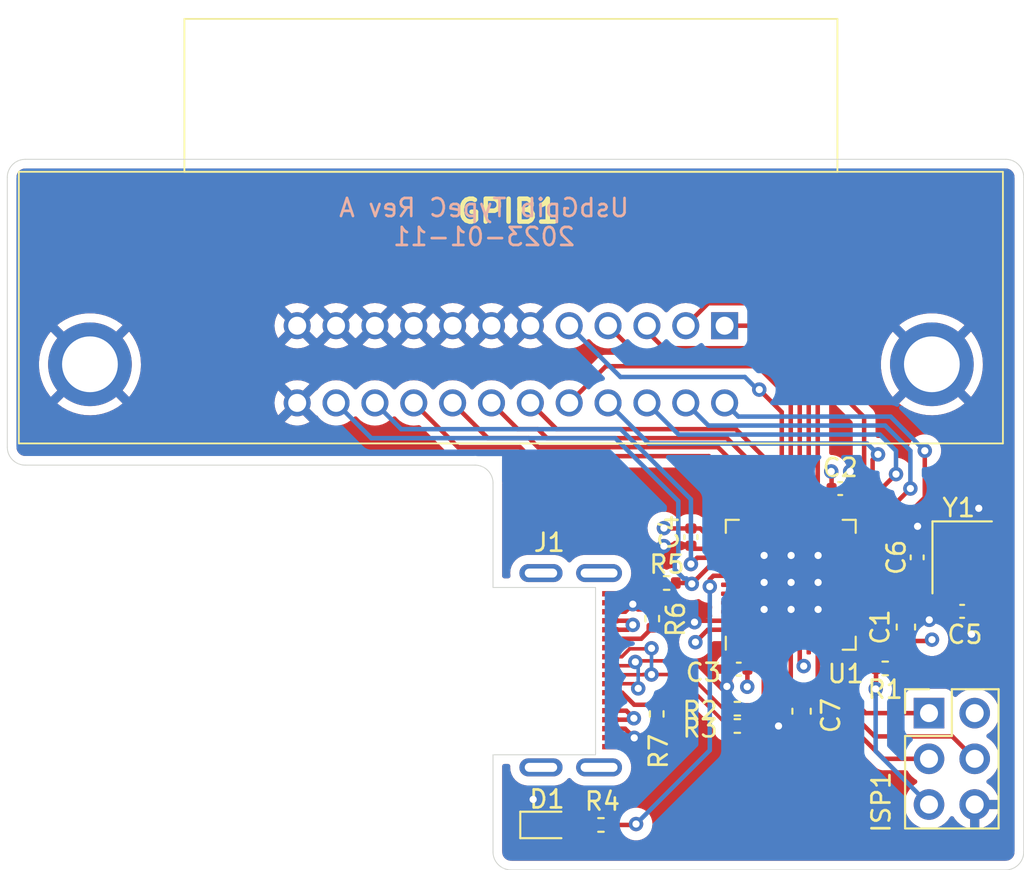
<source format=kicad_pcb>
(kicad_pcb (version 20211014) (generator pcbnew)
  (title_block (title "UsbGpib TypeC") (date "2023-01-11") (rev "A"))
  (layers (0 "F.Cu" signal) (1 "In1.Cu" signal) (2 "In2.Cu" signal) (31 "B.Cu" signal) (34 "B.Paste" user) (35 "F.Paste" user) (36 "B.SilkS" user "B.Silkscreen") (37 "F.SilkS" user "F.Silkscreen") (38 "B.Mask" user) (39 "F.Mask" user) (44 "Edge.Cuts" user))
  (net 0 "")
  (net 1 "Net-(C6-Pad1)")
  (net 2 "GND")
  (net 3 "+5V")
  (net 4 "Net-(C7-Pad1)")
  (net 5 "/ATN")
  (net 6 "/SRQ")
  (net 7 "/IFC")
  (net 8 "/NDAC")
  (net 9 "/NRFD")
  (net 10 "/DAV")
  (net 11 "/REN")
  (net 12 "/EOI")
  (net 13 "/DIO8")
  (net 14 "/DIO4")
  (net 15 "/DIO7")
  (net 16 "/DIO3")
  (net 17 "/DIO6")
  (net 18 "/DIO2")
  (net 19 "/DIO5")
  (net 20 "/DIO1")
  (net 21 "/MOSI")
  (net 22 "/SCK")
  (net 23 "/MISO")
  (net 24 "Net-(R2-Pad1)")
  (net 25 "Net-(R3-Pad1)")
  (net 26 "/Reset")
  (net 27 "Net-(J1-PadA5)")
  (net 29 "Net-(J1-PadB5)")
  (net 32 "/USB_P")
  (net 33 "/USB_N")
  (net 34 "Net-(C5-Pad1)")
  (net 41 "Net-(D1-Pad2)")
  (net 42 "Net-(R4-Pad1)")
  (footprint "Capacitor_SMD:C_0603_1608Metric" (layer "F.Cu") (at 225.95 119 90)
    (fp_text reference "C1" (at 0 -1.43 90) (layer "F.SilkS"))
    (fp_text value "4.7uF")
    (fp_line (start -0.14058 -0.51) (end 0.14058 -0.51) (layer "F.SilkS") (width 0.12))
    (fp_line (start -0.14058 0.51) (end 0.14058 0.51) (layer "F.SilkS") (width 0.12))
    (pad "1" smd roundrect (at -0.775 0 90) (size 0.9 0.95) (layers "F.Cu" "F.Paste" "F.Mask") (net 3 "+5V"))
    (pad "2" smd roundrect (at 0.775 0 90) (size 0.9 0.95) (layers "F.Cu" "F.Paste" "F.Mask") (net 2 "GND"))
  )
  (footprint "Capacitor_SMD:C_0402_1005Metric" (layer "F.Cu") (at 222.3 111.3)
    (fp_text reference "C2" (at 0 -1.16) (layer "F.SilkS"))
    (fp_text value "100nF")
    (fp_line (start -0.107836 0.36) (end 0.107836 0.36) (layer "F.SilkS") (width 0.12))
    (fp_line (start -0.107836 -0.36) (end 0.107836 -0.36) (layer "F.SilkS") (width 0.12))
    (pad "1" smd roundrect (at -0.48 0) (size 0.56 0.62) (layers "F.Cu" "F.Paste" "F.Mask") (net 3 "+5V"))
    (pad "2" smd roundrect (at 0.48 0) (size 0.56 0.62) (layers "F.Cu" "F.Paste" "F.Mask") (net 2 "GND"))
  )
  (footprint "Capacitor_SMD:C_0603_1608Metric" (layer "F.Cu") (at 220.15 123.68 -90)
    (fp_text reference "C7" (at 0.24 -1.63 90) (layer "F.SilkS"))
    (fp_text value "1uF")
    (fp_line (start -0.14058 0.51) (end 0.14058 0.51) (layer "F.SilkS") (width 0.12))
    (fp_line (start -0.14058 -0.51) (end 0.14058 -0.51) (layer "F.SilkS") (width 0.12))
    (pad "1" smd roundrect locked (at -0.775 0 270) (size 0.9 0.95) (layers "F.Cu" "F.Paste" "F.Mask") (net 4 "Net-(C7-Pad1)"))
    (pad "2" smd roundrect locked (at 0.775 0 270) (size 0.9 0.95) (layers "F.Cu" "F.Paste" "F.Mask") (net 2 "GND"))
  )
  (footprint "LED_SMD:LED_0603_1608Metric" (layer "F.Cu") (at 206 130)
    (fp_text reference "D1" (at 0 -1.43) (layer "F.SilkS"))
    (fp_text value "Red")
    (fp_line (start -1.485 0.735) (end 0.8 0.735) (layer "F.SilkS") (width 0.12))
    (fp_line (start -1.485 -0.735) (end -1.485 0.735) (layer "F.SilkS") (width 0.12))
    (fp_line (start 0.8 -0.735) (end -1.485 -0.735) (layer "F.SilkS") (width 0.12))
    (pad "1" smd roundrect (at -0.7875 0) (size 0.875 0.95) (layers "F.Cu" "F.Paste" "F.Mask") (net 2 "GND"))
    (pad "2" smd roundrect (at 0.7875 0) (size 0.875 0.95) (layers "F.Cu" "F.Paste" "F.Mask") (net 41 "Net-(D1-Pad2)"))
  )
  (footprint "Resistor_SMD:R_0402_1005Metric" (layer "F.Cu") (at 224.8 121.3 180)
    (fp_text reference "R1" (at 0 -1.17) (layer "F.SilkS"))
    (fp_text value "10kΩ")
    (fp_line (start -0.153641 -0.38) (end 0.153641 -0.38) (layer "F.SilkS") (width 0.12))
    (fp_line (start -0.153641 0.38) (end 0.153641 0.38) (layer "F.SilkS") (width 0.12))
    (pad "1" smd roundrect (at -0.51 0 180) (size 0.54 0.64) (layers "F.Cu" "F.Paste" "F.Mask") (net 3 "+5V"))
    (pad "2" smd roundrect (at 0.51 0 180) (size 0.54 0.64) (layers "F.Cu" "F.Paste" "F.Mask") (net 26 "/Reset"))
  )
  (footprint "Resistor_SMD:R_0402_1005Metric" (layer "F.Cu") (at 216.58 123.54 180)
    (fp_text reference "R2" (at 2.07 -0.12) (layer "F.SilkS"))
    (fp_text value "22Ω")
    (fp_line (start -0.153641 -0.38) (end 0.153641 -0.38) (layer "F.SilkS") (width 0.12))
    (fp_line (start -0.153641 0.38) (end 0.153641 0.38) (layer "F.SilkS") (width 0.12))
    (pad "1" smd roundrect (at -0.51 0 180) (size 0.54 0.64) (layers "F.Cu" "F.Paste" "F.Mask") (net 24 "Net-(R2-Pad1)"))
    (pad "2" smd roundrect (at 0.51 0 180) (size 0.54 0.64) (layers "F.Cu" "F.Paste" "F.Mask") (net 33 "/USB_N"))
  )
  (footprint "Resistor_SMD:R_0402_1005Metric" (layer "F.Cu") (at 216.58 124.5 180)
    (fp_text reference "R3" (at 2.07 -0.12) (layer "F.SilkS"))
    (fp_text value "22Ω")
    (fp_line (start -0.153641 -0.38) (end 0.153641 -0.38) (layer "F.SilkS") (width 0.12))
    (fp_line (start -0.153641 0.38) (end 0.153641 0.38) (layer "F.SilkS") (width 0.12))
    (pad "1" smd roundrect (at -0.51 0 180) (size 0.54 0.64) (layers "F.Cu" "F.Paste" "F.Mask") (net 25 "Net-(R3-Pad1)"))
    (pad "2" smd roundrect (at 0.51 0 180) (size 0.54 0.64) (layers "F.Cu" "F.Paste" "F.Mask") (net 32 "/USB_P"))
  )
  (footprint "Resistor_SMD:R_0402_1005Metric" (layer "F.Cu") (at 209 130 180)
    (fp_text reference "R4" (at -0.08 1.31) (layer "F.SilkS"))
    (fp_text value "470Ω")
    (fp_line (start -0.153641 -0.38) (end 0.153641 -0.38) (layer "F.SilkS") (width 0.12))
    (fp_line (start -0.153641 0.38) (end 0.153641 0.38) (layer "F.SilkS") (width 0.12))
    (pad "1" smd roundrect (at -0.51 0 180) (size 0.54 0.64) (layers "F.Cu" "F.Paste" "F.Mask") (net 42 "Net-(R4-Pad1)"))
    (pad "2" smd roundrect (at 0.51 0 180) (size 0.54 0.64) (layers "F.Cu" "F.Paste" "F.Mask") (net 41 "Net-(D1-Pad2)"))
  )
  (footprint "Resistor_SMD:R_0402_1005Metric" (layer "F.Cu") (at 212.65 116.55 180)
    (fp_text reference "R5" (at -0.02 1.03) (layer "F.SilkS"))
    (fp_text value "100kΩ")
    (fp_line (start -0.153641 -0.38) (end 0.153641 -0.38) (layer "F.SilkS") (width 0.12))
    (fp_line (start -0.153641 0.38) (end 0.153641 0.38) (layer "F.SilkS") (width 0.12))
    (pad "1" smd roundrect (at -0.51 0 180) (size 0.54 0.64) (layers "F.Cu" "F.Paste" "F.Mask") (net 5 "/ATN"))
    (pad "2" smd roundrect (at 0.51 0 180) (size 0.54 0.64) (layers "F.Cu" "F.Paste" "F.Mask") (net 2 "GND"))
  )
  (footprint "Package_DFN_QFN:QFN-44-1EP_7x7mm_P0.5mm_EP5.2x5.2mm" (layer "F.Cu") (at 219.55 116.65 90)
    (fp_text reference "U1" (at -4.95 3.05) (layer "F.SilkS"))
    (fp_text value "ATmega32U4-MU")
    (fp_line (start 3.61 -3.61) (end 3.61 -2.885) (layer "F.SilkS") (width 0.12))
    (fp_line (start 2.885 -3.61) (end 3.61 -3.61) (layer "F.SilkS") (width 0.12))
    (fp_line (start 3.61 3.61) (end 3.61 2.885) (layer "F.SilkS") (width 0.12))
    (fp_line (start -2.885 -3.61) (end -3.61 -3.61) (layer "F.SilkS") (width 0.12))
    (fp_line (start -2.885 3.61) (end -3.61 3.61) (layer "F.SilkS") (width 0.12))
    (fp_line (start 2.885 3.61) (end 3.61 3.61) (layer "F.SilkS") (width 0.12))
    (fp_line (start -3.61 3.61) (end -3.61 2.885) (layer "F.SilkS") (width 0.12))
    (pad "1" smd roundrect locked (at -3.3375 -2.5 90) (size 1.075 0.25) (layers "F.Cu" "F.Paste" "F.Mask"))
    (pad "2" smd roundrect locked (at -3.3375 -2 90) (size 1.075 0.25) (layers "F.Cu" "F.Paste" "F.Mask") (net 3 "+5V"))
    (pad "3" smd roundrect locked (at -3.3375 -1.5 90) (size 1.075 0.25) (layers "F.Cu" "F.Paste" "F.Mask") (net 24 "Net-(R2-Pad1)"))
    (pad "4" smd roundrect locked (at -3.3375 -1 90) (size 1.075 0.25) (layers "F.Cu" "F.Paste" "F.Mask") (net 25 "Net-(R3-Pad1)"))
    (pad "5" smd roundrect locked (at -3.3375 -0.5 90) (size 1.075 0.25) (layers "F.Cu" "F.Paste" "F.Mask") (net 2 "GND"))
    (pad "6" smd roundrect locked (at -3.3375 0 90) (size 1.075 0.25) (layers "F.Cu" "F.Paste" "F.Mask") (net 4 "Net-(C7-Pad1)"))
    (pad "7" smd roundrect locked (at -3.3375 0.5 90) (size 1.075 0.25) (layers "F.Cu" "F.Paste" "F.Mask") (net 3 "+5V"))
    (pad "8" smd roundrect locked (at -3.3375 1 90) (size 1.075 0.25) (layers "F.Cu" "F.Paste" "F.Mask"))
    (pad "9" smd roundrect locked (at -3.3375 1.5 90) (size 1.075 0.25) (layers "F.Cu" "F.Paste" "F.Mask") (net 22 "/SCK"))
    (pad "10" smd roundrect locked (at -3.3375 2 90) (size 1.075 0.25) (layers "F.Cu" "F.Paste" "F.Mask") (net 21 "/MOSI"))
    (pad "11" smd roundrect locked (at -3.3375 2.5 90) (size 1.075 0.25) (layers "F.Cu" "F.Paste" "F.Mask") (net 23 "/MISO"))
    (pad "12" smd roundrect locked (at -2.5 3.3375 90) (size 0.25 1.075) (layers "F.Cu" "F.Paste" "F.Mask"))
    (pad "13" smd roundrect locked (at -2 3.3375 90) (size 0.25 1.075) (layers "F.Cu" "F.Paste" "F.Mask") (net 26 "/Reset"))
    (pad "14" smd roundrect locked (at -1.5 3.3375 90) (size 0.25 1.075) (layers "F.Cu" "F.Paste" "F.Mask") (net 3 "+5V"))
    (pad "15" smd roundrect locked (at -1 3.3375 90) (size 0.25 1.075) (layers "F.Cu" "F.Paste" "F.Mask") (net 2 "GND"))
    (pad "16" smd roundrect locked (at -0.5 3.3375 90) (size 0.25 1.075) (layers "F.Cu" "F.Paste" "F.Mask") (net 34 "Net-(C5-Pad1)"))
    (pad "17" smd roundrect locked (at 0 3.3375 90) (size 0.25 1.075) (layers "F.Cu" "F.Paste" "F.Mask") (net 1 "Net-(C6-Pad1)"))
    (pad "18" smd roundrect locked (at 0.5 3.3375 90) (size 0.25 1.075) (layers "F.Cu" "F.Paste" "F.Mask") (net 20 "/DIO1"))
    (pad "19" smd roundrect locked (at 1 3.3375 90) (size 0.25 1.075) (layers "F.Cu" "F.Paste" "F.Mask") (net 18 "/DIO2"))
    (pad "20" smd roundrect locked (at 1.5 3.3375 90) (size 0.25 1.075) (layers "F.Cu" "F.Paste" "F.Mask") (net 16 "/DIO3"))
    (pad "21" smd roundrect locked (at 2 3.3375 90) (size 0.25 1.075) (layers "F.Cu" "F.Paste" "F.Mask") (net 14 "/DIO4"))
    (pad "22" smd roundrect locked (at 2.5 3.3375 90) (size 0.25 1.075) (layers "F.Cu" "F.Paste" "F.Mask") (net 17 "/DIO6"))
    (pad "23" smd roundrect locked (at 3.3375 2.5 90) (size 1.075 0.25) (layers "F.Cu" "F.Paste" "F.Mask") (net 2 "GND"))
    (pad "24" smd roundrect locked (at 3.3375 2 90) (size 1.075 0.25) (layers "F.Cu" "F.Paste" "F.Mask") (net 3 "+5V"))
    (pad "25" smd roundrect locked (at 3.3375 1.5 90) (size 1.075 0.25) (layers "F.Cu" "F.Paste" "F.Mask") (net 19 "/DIO5"))
    (pad "26" smd roundrect locked (at 3.3375 1 90) (size 1.075 0.25) (layers "F.Cu" "F.Paste" "F.Mask") (net 15 "/DIO7"))
    (pad "27" smd roundrect locked (at 3.3375 0.5 90) (size 1.075 0.25) (layers "F.Cu" "F.Paste" "F.Mask") (net 13 "/DIO8"))
    (pad "28" smd roundrect locked (at 3.3375 0 90) (size 1.075 0.25) (layers "F.Cu" "F.Paste" "F.Mask") (net 12 "/EOI"))
    (pad "29" smd roundrect locked (at 3.3375 -0.5 90) (size 1.075 0.25) (layers "F.Cu" "F.Paste" "F.Mask") (net 11 "/REN"))
    (pad "30" smd roundrect locked (at 3.3375 -1 90) (size 1.075 0.25) (layers "F.Cu" "F.Paste" "F.Mask") (net 10 "/DAV"))
    (pad "31" smd roundrect locked (at 3.3375 -1.5 90) (size 1.075 0.25) (layers "F.Cu" "F.Paste" "F.Mask") (net 9 "/NRFD"))
    (pad "32" smd roundrect locked (at 3.3375 -2 90) (size 1.075 0.25) (layers "F.Cu" "F.Paste" "F.Mask") (net 8 "/NDAC"))
    (pad "33" smd roundrect locked (at 3.3375 -2.5 90) (size 1.075 0.25) (layers "F.Cu" "F.Paste" "F.Mask") (net 7 "/IFC"))
    (pad "34" smd roundrect locked (at 2.5 -3.3375 90) (size 0.25 1.075) (layers "F.Cu" "F.Paste" "F.Mask") (net 3 "+5V"))
    (pad "35" smd roundrect locked (at 2 -3.3375 90) (size 0.25 1.075) (layers "F.Cu" "F.Paste" "F.Mask") (net 2 "GND"))
    (pad "36" smd roundrect locked (at 1.5 -3.3375 90) (size 0.25 1.075) (layers "F.Cu" "F.Paste" "F.Mask") (net 6 "/SRQ"))
    (pad "37" smd roundrect locked (at 1 -3.3375 90) (size 0.25 1.075) (layers "F.Cu" "F.Paste" "F.Mask") (net 5 "/ATN"))
    (pad "38" smd roundrect locked (at 0.5 -3.3375 90) (size 0.25 1.075) (layers "F.Cu" "F.Paste" "F.Mask") (net 42 "Net-(R4-Pad1)"))
    (pad "39" smd roundrect locked (at 0 -3.3375 90) (size 0.25 1.075) (layers "F.Cu" "F.Paste" "F.Mask"))
    (pad "40" smd roundrect locked (at -0.5 -3.3375 90) (size 0.25 1.075) (layers "F.Cu" "F.Paste" "F.Mask"))
    (pad "41" smd roundrect locked (at -1 -3.3375 90) (size 0.25 1.075) (layers "F.Cu" "F.Paste" "F.Mask"))
    (pad "42" smd roundrect locked (at -1.5 -3.3375 90) (size 0.25 1.075) (layers "F.Cu" "F.Paste" "F.Mask"))
    (pad "43" smd roundrect locked (at -2 -3.3375 90) (size 0.25 1.075) (layers "F.Cu" "F.Paste" "F.Mask") (net 2 "GND"))
    (pad "44" smd roundrect locked (at -2.5 -3.3375 90) (size 0.25 1.075) (layers "F.Cu" "F.Paste" "F.Mask") (net 3 "+5V"))
    (pad "45" smd rect locked (at 0 0 90) (size 5.2 5.2) (layers "F.Cu" "F.Mask") (net 2 "GND"))
  )
  (footprint "gpib:112024113R001" (layer "F.Cu") (at 215.874 102.249 180)
    (fp_text reference "GPIB1" (at 12.039 6.364) (layer "F.SilkS") (effects (font (size 1.27 1.27) (thickness 0.254))))
    (fp_text value "112-024-113R001" hide)
    (fp_line (start -15.47 -6.544) (end 39.23 -6.544) (layer "F.SilkS") (width 0.1))
    (fp_line (start 39.23 8.555) (end -15.47 8.555) (layer "F.SilkS") (width 0.1))
    (fp_line (start 30.03 8.555) (end 30.03 17.055) (layer "F.SilkS") (width 0.1))
    (fp_line (start -15.47 8.555) (end -15.47 -6.544) (layer "F.SilkS") (width 0.1))
    (fp_line (start 39.23 -6.544) (end 39.23 8.555) (layer "F.SilkS") (width 0.1))
    (fp_line (start 30.03 17.055) (end -6.27 17.055) (layer "F.SilkS") (width 0.1))
    (fp_line (start -6.27 17.055) (end -6.27 8.555) (layer "F.SilkS") (width 0.1))
    (fp_line (start -6.27 8.555) (end 30.03 8.555) (layer "F.SilkS") (width 0.1))
    (pad "1" thru_hole rect locked (at 0 0 180) (size 1.5 1.5) (drill 1) (layers *.Cu *.Mask) (net 19 "/DIO5"))
    (pad "2" thru_hole circle locked (at 0 -4.29 180) (size 1.5 1.5) (drill 1) (layers *.Cu *.Mask) (net 20 "/DIO1"))
    (pad "3" thru_hole circle locked (at 2.16 0 180) (size 1.5 1.5) (drill 1) (layers *.Cu *.Mask) (net 17 "/DIO6"))
    (pad "4" thru_hole circle locked (at 2.16 -4.29 180) (size 1.5 1.5) (drill 1) (layers *.Cu *.Mask) (net 18 "/DIO2"))
    (pad "5" thru_hole circle locked (at 4.32 0 180) (size 1.5 1.5) (drill 1) (layers *.Cu *.Mask) (net 15 "/DIO7"))
    (pad "6" thru_hole circle locked (at 4.32 -4.29 180) (size 1.5 1.5) (drill 1) (layers *.Cu *.Mask) (net 16 "/DIO3"))
    (pad "7" thru_hole circle locked (at 6.48 0 180) (size 1.5 1.5) (drill 1) (layers *.Cu *.Mask) (net 13 "/DIO8"))
    (pad "8" thru_hole circle locked (at 6.48 -4.29 180) (size 1.5 1.5) (drill 1) (layers *.Cu *.Mask) (net 14 "/DIO4"))
    (pad "9" thru_hole circle locked (at 8.64 0 180) (size 1.5 1.5) (drill 1) (layers *.Cu *.Mask) (net 11 "/REN"))
    (pad "10" thru_hole circle locked (at 8.64 -4.29 180) (size 1.5 1.5) (drill 1) (layers *.Cu *.Mask) (net 12 "/EOI"))
    (pad "11" thru_hole circle locked (at 10.8 0 180) (size 1.5 1.5) (drill 1) (layers *.Cu *.Mask) (net 2 "GND"))
    (pad "12" thru_hole circle locked (at 10.8 -4.29 180) (size 1.5 1.5) (drill 1) (layers *.Cu *.Mask) (net 10 "/DAV"))
    (pad "13" thru_hole circle locked (at 12.96 0 180) (size 1.5 1.5) (drill 1) (layers *.Cu *.Mask) (net 2 "GND"))
    (pad "14" thru_hole circle locked (at 12.96 -4.29 180) (size 1.5 1.5) (drill 1) (layers *.Cu *.Mask) (net 9 "/NRFD"))
    (pad "15" thru_hole circle locked (at 15.12 0 180) (size 1.5 1.5) (drill 1) (layers *.Cu *.Mask) (net 2 "GND"))
    (pad "16" thru_hole circle locked (at 15.12 -4.29 180) (size 1.5 1.5) (drill 1) (layers *.Cu *.Mask) (net 8 "/NDAC"))
    (pad "17" thru_hole circle locked (at 17.28 0 180) (size 1.5 1.5) (drill 1) (layers *.Cu *.Mask) (net 2 "GND"))
    (pad "18" thru_hole circle locked (at 17.28 -4.29 180) (size 1.5 1.5) (drill 1) (layers *.Cu *.Mask) (net 7 "/IFC"))
    (pad "19" thru_hole circle locked (at 19.44 0 180) (size 1.5 1.5) (drill 1) (layers *.Cu *.Mask) (net 2 "GND"))
    (pad "20" thru_hole circle locked (at 19.44 -4.29 180) (size 1.5 1.5) (drill 1) (layers *.Cu *.Mask) (net 6 "/SRQ"))
    (pad "21" thru_hole circle locked (at 21.6 0 180) (size 1.5 1.5) (drill 1) (layers *.Cu *.Mask) (net 2 "GND"))
    (pad "22" thru_hole circle locked (at 21.6 -4.29 180) (size 1.5 1.5) (drill 1) (layers *.Cu *.Mask) (net 5 "/ATN"))
    (pad "23" thru_hole circle locked (at 23.76 0 180) (size 1.5 1.5) (drill 1) (layers *.Cu *.Mask) (net 2 "GND"))
    (pad "24" thru_hole circle locked (at 23.76 -4.29 180) (size 1.5 1.5) (drill 1) (layers *.Cu *.Mask) (net 2 "GND"))
    (pad "MH1" thru_hole circle locked (at -11.52 -2.145 180) (size 4.65 4.65) (drill 3.1) (layers *.Cu *.Mask) (net 2 "GND"))
    (pad "MH2" thru_hole circle locked (at 35.28 -2.145 180) (size 4.65 4.65) (drill 3.1) (layers *.Cu *.Mask) (net 2 "GND"))
  )
  (footprint "Connector_PinHeader_2.54mm:PinHeader_2x03_P2.54mm_Vertical" (layer "F.Cu") (at 227.235 123.785)
    (fp_text reference "ISP1" (at -2.655 4.945 90) (layer "F.SilkS"))
    (fp_text value "ISP")
    (fp_line (start -1.33 6.41) (end 3.87 6.41) (layer "F.SilkS") (width 0.12))
    (fp_line (start -1.33 -1.33) (end 0 -1.33) (layer "F.SilkS") (width 0.12))
    (fp_line (start 1.27 1.27) (end 1.27 -1.33) (layer "F.SilkS") (width 0.12))
    (fp_line (start 1.27 -1.33) (end 3.87 -1.33) (layer "F.SilkS") (width 0.12))
    (fp_line (start 3.87 -1.33) (end 3.87 6.41) (layer "F.SilkS") (width 0.12))
    (fp_line (start -1.33 0) (end -1.33 -1.33) (layer "F.SilkS") (width 0.12))
    (fp_line (start -1.33 1.27) (end -1.33 6.41) (layer "F.SilkS") (width 0.12))
    (fp_line (start -1.33 1.27) (end 1.27 1.27) (layer "F.SilkS") (width 0.12))
    (pad "1" thru_hole rect (at 0 0) (size 1.7 1.7) (drill 1) (layers *.Cu *.Mask) (net 23 "/MISO"))
    (pad "2" thru_hole oval (at 2.54 0) (size 1.7 1.7) (drill 1) (layers *.Cu *.Mask) (net 3 "+5V"))
    (pad "3" thru_hole oval (at 0 2.54) (size 1.7 1.7) (drill 1) (layers *.Cu *.Mask) (net 22 "/SCK"))
    (pad "4" thru_hole oval (at 2.54 2.54) (size 1.7 1.7) (drill 1) (layers *.Cu *.Mask) (net 21 "/MOSI"))
    (pad "5" thru_hole oval (at 0 5.08) (size 1.7 1.7) (drill 1) (layers *.Cu *.Mask) (net 26 "/Reset"))
    (pad "6" thru_hole oval (at 2.54 5.08) (size 1.7 1.7) (drill 1) (layers *.Cu *.Mask) (net 2 "GND"))
  )
  (footprint "Capacitor_SMD:C_0402_1005Metric" (layer "F.Cu") (at 229.077 118.127)
    (fp_text reference "C5" (at 0.153 1.293) (layer "F.SilkS"))
    (fp_text value "22pF")
    (fp_line (start -0.107836 0.36) (end 0.107836 0.36) (layer "F.SilkS") (width 0.12))
    (fp_line (start -0.107836 -0.36) (end 0.107836 -0.36) (layer "F.SilkS") (width 0.12))
    (pad "1" smd roundrect (at -0.48 0) (size 0.56 0.62) (layers "F.Cu" "F.Paste" "F.Mask") (net 34 "Net-(C5-Pad1)"))
    (pad "2" smd roundrect (at 0.48 0) (size 0.56 0.62) (layers "F.Cu" "F.Paste" "F.Mask") (net 2 "GND"))
  )
  (footprint "Capacitor_SMD:C_0402_1005Metric" (layer "F.Cu") (at 226.577 115.127 90)
    (fp_text reference "C6" (at 0 -1.16 90) (layer "F.SilkS"))
    (fp_text value "22pF")
    (fp_line (start -0.107836 0.36) (end 0.107836 0.36) (layer "F.SilkS") (width 0.12))
    (fp_line (start -0.107836 -0.36) (end 0.107836 -0.36) (layer "F.SilkS") (width 0.12))
    (pad "1" smd roundrect (at -0.48 0 90) (size 0.56 0.62) (layers "F.Cu" "F.Paste" "F.Mask") (net 1 "Net-(C6-Pad1)"))
    (pad "2" smd roundrect (at 0.48 0 90) (size 0.56 0.62) (layers "F.Cu" "F.Paste" "F.Mask") (net 2 "GND"))
  )
  (footprint "Crystal:Crystal_SMD_3225-4Pin_3.2x2.5mm" (layer "F.Cu") (at 229.077 115.127 -90)
    (fp_text reference "Y1" (at -2.757 0.187) (layer "F.SilkS"))
    (fp_text value "16MHz")
    (fp_line (start -2 -1.65) (end -2 1.65) (layer "F.SilkS") (width 0.12))
    (fp_line (start -2 1.65) (end 2 1.65) (layer "F.SilkS") (width 0.12))
    (pad "1" smd rect locked (at -1.1 0.85 270) (size 1.4 1.2) (layers "F.Cu" "F.Paste" "F.Mask") (net 1 "Net-(C6-Pad1)"))
    (pad "2" smd rect locked (at 1.1 0.85 270) (size 1.4 1.2) (layers "F.Cu" "F.Paste" "F.Mask") (net 2 "GND"))
    (pad "3" smd rect locked (at 1.1 -0.85 270) (size 1.4 1.2) (layers "F.Cu" "F.Paste" "F.Mask") (net 34 "Net-(C5-Pad1)"))
    (pad "4" smd rect locked (at -1.1 -0.85 270) (size 1.4 1.2) (layers "F.Cu" "F.Paste" "F.Mask") (net 2 "GND"))
  )
  (footprint "Capacitor_SMD:C_0402_1005Metric" (layer "F.Cu") (at 216.66 121.34 180)
    (fp_text reference "C3" (at 1.97 -0.19) (layer "F.SilkS"))
    (fp_text value "100nF")
    (fp_line (start -0.107836 -0.36) (end 0.107836 -0.36) (layer "F.SilkS") (width 0.12))
    (fp_line (start -0.107836 0.36) (end 0.107836 0.36) (layer "F.SilkS") (width 0.12))
    (pad "1" smd roundrect (at -0.48 0 180) (size 0.56 0.62) (layers "F.Cu" "F.Paste" "F.Mask") (net 3 "+5V"))
    (pad "2" smd roundrect (at 0.48 0 180) (size 0.56 0.62) (layers "F.Cu" "F.Paste" "F.Mask") (net 2 "GND"))
  )
  (footprint "Capacitor_SMD:C_0402_1005Metric" (layer "F.Cu") (at 214 114 -90)
    (fp_text reference "C4" (at -0.27 1.2 90) (layer "F.SilkS"))
    (fp_text value "100nF")
    (fp_line (start -0.107836 0.36) (end 0.107836 0.36) (layer "F.SilkS") (width 0.12))
    (fp_line (start -0.107836 -0.36) (end 0.107836 -0.36) (layer "F.SilkS") (width 0.12))
    (pad "1" smd roundrect (at -0.48 0 270) (size 0.56 0.62) (layers "F.Cu" "F.Paste" "F.Mask") (net 3 "+5V"))
    (pad "2" smd roundrect (at 0.48 0 270) (size 0.56 0.62) (layers "F.Cu" "F.Paste" "F.Mask") (net 2 "GND"))
  )
  (footprint "Resistor_SMD:R_0402_1005Metric" (layer "F.Cu") (at 211.85 118.53 90)
    (fp_text reference "R6" (at -0.04 1.3 90) (layer "F.SilkS"))
    (fp_text value "5.1kΩ")
    (fp_line (start -0.153641 0.38) (end 0.153641 0.38) (layer "F.SilkS") (width 0.12))
    (fp_line (start -0.153641 -0.38) (end 0.153641 -0.38) (layer "F.SilkS") (width 0.12))
    (pad "1" smd roundrect (at -0.51 0 90) (size 0.54 0.64) (layers "F.Cu" "F.Paste" "F.Mask") (net 27 "Net-(J1-PadA5)"))
    (pad "2" smd roundrect (at 0.51 0 90) (size 0.54 0.64) (layers "F.Cu" "F.Paste" "F.Mask") (net 2 "GND"))
  )
  (footprint "HRS_USB:CX90M-16P" (layer "F.Cu") (at 203.045 121.4 -90)
    (fp_text reference "J1" (at -7.1 -3.085 -180) (layer "F.SilkS"))
    (fp_text value "USB_C_Receptacle_USB2.0")
    (pad "A1" smd rect (at -3.75 -6.47 270) (size 0.3 0.9) (layers "F.Cu" "F.Paste" "F.Mask") (net 2 "GND"))
    (pad "A4" smd rect (at -2.75 -6.47 270) (size 0.3 0.9) (layers "F.Cu" "F.Paste" "F.Mask") (net 3 "+5V"))
    (pad "A5" smd rect (at -1.75 -6.47 270) (size 0.3 0.9) (layers "F.Cu" "F.Paste" "F.Mask") (net 27 "Net-(J1-PadA5)"))
    (pad "A6" smd rect (at -0.75 -6.47 270) (size 0.3 0.9) (layers "F.Cu" "F.Paste" "F.Mask") (net 32 "/USB_P"))
    (pad "A7" smd rect (at 0.75 -6.47 270) (size 0.3 0.9) (layers "F.Cu" "F.Paste" "F.Mask") (net 33 "/USB_N"))
    (pad "A8" smd rect (at 1.75 -6.47 270) (size 0.3 0.9) (layers "F.Cu" "F.Paste" "F.Mask"))
    (pad "A9" smd rect (at 2.75 -6.47 270) (size 0.3 0.9) (layers "F.Cu" "F.Paste" "F.Mask") (net 3 "+5V"))
    (pad "A12" smd rect (at 3.75 -6.47 270) (size 0.3 0.9) (layers "F.Cu" "F.Paste" "F.Mask") (net 2 "GND"))
    (pad "B1" smd rect (at 3.25 -6.47 270) (size 0.3 0.9) (layers "F.Cu" "F.Paste" "F.Mask") (net 2 "GND"))
    (pad "B4" smd rect (at 2.25 -6.47 270) (size 0.3 0.9) (layers "F.Cu" "F.Paste" "F.Mask") (net 3 "+5V"))
    (pad "B5" smd rect (at 1.25 -6.47 270) (size 0.3 0.9) (layers "F.Cu" "F.Paste" "F.Mask") (net 29 "Net-(J1-PadB5)"))
    (pad "B6" smd rect (at 0.25 -6.47 270) (size 0.3 0.9) (layers "F.Cu" "F.Paste" "F.Mask") (net 32 "/USB_P"))
    (pad "B7" smd rect (at -0.25 -6.47 270) (size 0.3 0.9) (layers "F.Cu" "F.Paste" "F.Mask") (net 33 "/USB_N"))
    (pad "B8" smd rect (at -1.25 -6.47 270) (size 0.3 0.9) (layers "F.Cu" "F.Paste" "F.Mask"))
    (pad "B9" smd rect (at -2.25 -6.47 270) (size 0.3 0.9) (layers "F.Cu" "F.Paste" "F.Mask") (net 3 "+5V"))
    (pad "B12" smd rect (at -3.25 -6.47 270) (size 0.3 0.9) (layers "F.Cu" "F.Paste" "F.Mask") (net 2 "GND"))
    (pad "MID" smd rect (at -4.25 -6.47 270) (size 0.3 0.9) (layers "F.Cu" "F.Paste" "F.Mask"))
    (pad "MID" smd rect (at 4.25 -6.47 270) (size 0.3 0.9) (layers "F.Cu" "F.Paste" "F.Mask"))
    (pad "SHIELD" thru_hole oval (at -5.4 -5.85 270) (size 1 2.55) (drill oval 0.5 2.05) (layers *.Cu *.Mask))
    (pad "SHIELD" thru_hole oval (at 5.4 -5.85 270) (size 1 2.55) (drill oval 0.5 2.05) (layers *.Cu *.Mask))
    (pad "SHIELD" thru_hole oval (at -5.4 -2.62 270) (size 1 2.4) (drill oval 0.5 1.8) (layers *.Cu *.Mask))
    (pad "SHIELD" thru_hole oval (at 5.4 -2.62 270) (size 1 2.4) (drill oval 0.5 1.8) (layers *.Cu *.Mask))
  )
  (footprint "Resistor_SMD:R_0402_1005Metric" (layer "F.Cu") (at 212.1 123.83 -90)
    (fp_text reference "R7" (at 2.08 -0.1 -270) (layer "F.SilkS"))
    (fp_text value "5.1kΩ")
    (fp_line (start -0.153641 0.38) (end 0.153641 0.38) (layer "F.SilkS") (width 0.12))
    (fp_line (start -0.153641 -0.38) (end 0.153641 -0.38) (layer "F.SilkS") (width 0.12))
    (pad "1" smd roundrect (at -0.51 0 270) (size 0.54 0.64) (layers "F.Cu" "F.Paste" "F.Mask") (net 29 "Net-(J1-PadB5)"))
    (pad "2" smd roundrect (at 0.51 0 270) (size 0.54 0.64) (layers "F.Cu" "F.Paste" "F.Mask") (net 2 "GND"))
  )
  (gr_line (start 176 94) (end 176 109) (layer "Edge.Cuts") (width 0.05))
  (gr_arc (start 176 94) (mid 176.292893 93.292893) (end 177 93) (layer "Edge.Cuts") (width 0.05))
  (gr_line (start 232.5 94) (end 232.5 131.5) (layer "Edge.Cuts") (width 0.05))
  (gr_line (start 203 126.1) (end 203 131.5) (layer "Edge.Cuts") (width 0.05))
  (gr_line (start 208.7 116.8) (end 208.7 126.1) (layer "Edge.Cuts") (width 0.05))
  (gr_arc (start 232.5 131.5) (mid 232.207107 132.207107) (end 231.5 132.5) (layer "Edge.Cuts") (width 0.05))
  (gr_line (start 203 116.8) (end 208.7 116.8) (layer "Edge.Cuts") (width 0.05))
  (gr_line (start 202 110) (end 177 110) (layer "Edge.Cuts") (width 0.05))
  (gr_arc (start 177 110) (mid 176.292893 109.707107) (end 176 109) (layer "Edge.Cuts") (width 0.05))
  (gr_arc (start 202 110) (mid 202.707107 110.292893) (end 203 111) (layer "Edge.Cuts") (width 0.05))
  (gr_arc (start 204 132.5) (mid 203.292893 132.207107) (end 203 131.5) (layer "Edge.Cuts") (width 0.05))
  (gr_line (start 208.7 126.1) (end 203 126.1) (layer "Edge.Cuts") (width 0.05))
  (gr_line (start 231.5 132.5) (end 204 132.5) (layer "Edge.Cuts") (width 0.05))
  (gr_arc (start 231.5 93) (mid 232.207107 93.292893) (end 232.5 94) (layer "Edge.Cuts") (width 0.05))
  (gr_line (start 203 111) (end 203 116.8) (layer "Edge.Cuts") (width 0.05))
  (gr_line (start 177 93) (end 231.5 93) (layer "Edge.Cuts") (width 0.05))
  (gr_text "${TITLE} Rev ${REVISION}\n${ISSUE_DATE}" (at 202.5 96.5) (layer "B.SilkS") (effects (font (size 1 1)) (justify mirror)))
  (segment (start 222.8875 116.65) (end 225.534 116.65) (width 0.25) (layer "F.Cu") (net 1))
  (segment (start 226.647 115.607) (end 226.577 115.607) (width 0.25) (layer "F.Cu") (net 1))
  (segment (start 225.534 116.65) (end 226.577 115.607) (width 0.25) (layer "F.Cu") (net 1))
  (segment (start 228.227 114.027) (end 226.647 115.607) (width 0.25) (layer "F.Cu") (net 1))
  (segment (start 210.34 124.65) (end 210.85 125.16) (width 0.25) (layer "F.Cu") (net 2))
  (segment (start 211.06 118.02) (end 210.77 117.73) (width 0.25) (layer "F.Cu") (net 2))
  (segment (start 216.2125 118.65) (end 217.44 118.65) (width 0.25) (layer "F.Cu") (net 2))
  (segment (start 216.18 122.12) (end 216 122.3) (width 0.25) (layer "F.Cu") (net 2))
  (segment (start 210.69 117.65) (end 210.77 117.73) (width 0.25) (layer "F.Cu") (net 2))
  (segment (start 219.05 119.9875) (end 219.05 124.32) (width 0.25) (layer "F.Cu") (net 2))
  (segment (start 225.95 118.225) (end 226.875 118.225) (width 0.25) (layer "F.Cu") (net 2))
  (segment (start 216.2125 114.65) (end 214.17 114.65) (width 0.25) (layer "F.Cu") (net 2))
  (segment (start 211.85 118.02) (end 211.06 118.02) (width 0.25) (layer "F.Cu") (net 2))
  (segment (start 229.927 112.473) (end 230 112.4) (width 0.25) (layer "F.Cu") (net 2))
  (segment (start 222.8875 117.65) (end 225.375 117.65) (width 0.25) (layer "F.Cu") (net 2))
  (segment (start 229.927 114.027) (end 229.927 112.473) (width 0.25) (layer "F.Cu") (net 2))
  (segment (start 226.875 118.225) (end 227.25 118.6) (width 0.25) (layer "F.Cu") (net 2))
  (segment (start 229.557 119.357) (end 229.6 119.4) (width 0.25) (layer "F.Cu") (net 2))
  (segment (start 212.1 125.01) (end 211.95 125.16) (width 0.25) (layer "F.Cu") (net 2))
  (segment (start 209.515 118.15) (end 210.35 118.15) (width 0.25) (layer "F.Cu") (net 2))
  (segment (start 219.05 117.15) (end 219.55 116.65) (width 0.25) (layer "F.Cu") (net 2))
  (segment (start 205.2125 128.5975) (end 205.23 128.58) (width 0.25) (layer "F.Cu") (net 2))
  (segment (start 210.84 125.15) (end 210.85 125.16) (width 0.25) (layer "F.Cu") (net 2))
  (segment (start 222.78 111.3) (end 222.78 110.42) (width 0.25) (layer "F.Cu") (net 2))
  (segment (start 222.78 110.42) (end 222.85 110.35) (width 0.25) (layer "F.Cu") (net 2))
  (segment (start 212.1 124.34) (end 212.1 125.01) (width 0.25) (layer "F.Cu") (net 2))
  (segment (start 216.2125 118.65) (end 214.28 118.65) (width 0.25) (layer "F.Cu") (net 2))
  (segment (start 205.2125 130) (end 205.2125 128.5975) (width 0.25) (layer "F.Cu") (net 2))
  (segment (start 218.87 124.5) (end 220.105 124.5) (width 0.25) (layer "F.Cu") (net 2))
  (segment (start 229.927 114.173) (end 229 115.1) (width 0.25) (layer "F.Cu") (net 2))
  (segment (start 229.927 114.027) (end 229.927 114.173) (width 0.25) (layer "F.Cu") (net 2))
  (segment (start 209.515 124.65) (end 210.34 124.65) (width 0.25) (layer "F.Cu") (net 2))
  (segment (start 216.18 121.34) (end 216.18 122.12) (width 0.25) (layer "F.Cu") (net 2))
  (segment (start 216.2125 114.65) (end 217.7 114.65) (width 0.25) (layer "F.Cu") (net 2))
  (segment (start 209.515 117.65) (end 210.69 117.65) (width 0.25) (layer "F.Cu") (net 2))
  (segment (start 222.05 112.8) (end 222.78 112.07) (width 0.25) (layer "F.Cu") (net 2))
  (segment (start 214.28 118.65) (end 214.2 118.73) (width 0.25) (layer "F.Cu") (net 2))
  (segment (start 226.577 113.423) (end 226.6 113.4) (width 0.25) (layer "F.Cu") (net 2))
  (segment (start 214.17 114.65) (end 214 114.48) (width 0.25) (layer "F.Cu") (net 2))
  (segment (start 210.35 118.15) (end 210.77 117.73) (width 0.25) (layer "F.Cu") (net 2))
  (segment (start 214 114.48) (end 212.52 114.48) (width 0.25) (layer "F.Cu") (net 2))
  (segment (start 228.227 116.073) (end 228.227 116.227) (width 0.25) (layer "F.Cu") (net 2))
  (segment (start 222.05 113.3125) (end 222.05 112.8) (width 0.25) (layer "F.Cu") (net 2))
  (segment (start 220.105 124.5) (end 220.15 124.455) (width 0.25) (layer "F.Cu") (net 2))
  (segment (start 229.557 118.127) (end 229.557 119.357) (width 0.25) (layer "F.Cu") (net 2))
  (segment (start 226.577 114.647) (end 226.577 113.423) (width 0.25) (layer "F.Cu") (net 2))
  (segment (start 217.7 114.65) (end 218.07 115.02) (width 0.25) (layer "F.Cu") (net 2))
  (segment (start 219.05 119.9875) (end 219.05 117.15) (width 0.25) (layer "F.Cu") (net 2))
  (segment (start 219.05 124.32) (end 218.87 124.5) (width 0.25) (layer "F.Cu") (net 2))
  (segment (start 229 115.1) (end 229 115.3) (width 0.25) (layer "F.Cu") (net 2))
  (segment (start 225.375 117.65) (end 225.95 118.225) (width 0.25) (layer "F.Cu") (net 2))
  (segment (start 211.95 125.16) (end 210.85 125.16) (width 0.25) (layer "F.Cu") (net 2))
  (segment (start 219.94 117.65) (end 219.57 118.02) (width 0.25) (layer "F.Cu") (net 2))
  (segment (start 212.52 114.48) (end 212.5 114.5) (width 0.25) (layer "F.Cu") (net 2))
  (segment (start 222.78 112.07) (end 222.78 111.3) (width 0.25) (layer "F.Cu") (net 2))
  (segment (start 209.515 125.15) (end 210.84 125.15) (width 0.25) (layer "F.Cu") (net 2))
  (segment (start 229 115.3) (end 228.227 116.073) (width 0.25) (layer "F.Cu") (net 2))
  (segment (start 217.44 118.65) (end 218.07 118.02) (width 0.25) (layer "F.Cu") (net 2))
  (segment (start 222.8875 117.65) (end 219.94 117.65) (width 0.25) (layer "F.Cu") (net 2))
  (via (at 219.57 115.02) (size 0.8) (drill 0.4) (layers "F.Cu" "B.Cu") (net 2))
  (via (at 221.07 116.52) (size 0.8) (drill 0.4) (layers "F.Cu" "B.Cu") (net 2))
  (via (at 218.07 116.52) (size 0.8) (drill 0.4) (layers "F.Cu" "B.Cu") (net 2))
  (via (at 221.07 115.02) (size 0.8) (drill 0.4) (layers "F.Cu" "B.Cu") (net 2))
  (via (at 219.57 118.02) (size 0.8) (drill 0.4) (layers "F.Cu" "B.Cu") (net 2))
  (via (at 210.85 125.16) (size 0.8) (drill 0.4) (layers "F.Cu" "B.Cu") (net 2))
  (via (at 221.07 118.02) (size 0.8) (drill 0.4) (layers "F.Cu" "B.Cu") (net 2))
  (via (at 216 122.3) (size 0.8) (drill 0.4) (layers "F.Cu" "B.Cu") (net 2))
  (via (at 222.85 110.35) (size 0.8) (drill 0.4) (layers "F.Cu" "B.Cu") (net 2))
  (via (at 212.5 114.5) (size 0.8) (drill 0.4) (layers "F.Cu" "B.Cu") (net 2))
  (via (at 210.77 117.73) (size 0.8) (drill 0.4) (layers "F.Cu" "B.Cu") (net 2))
  (via (at 218.87 124.5) (size 0.8) (drill 0.4) (layers "F.Cu" "B.Cu") (net 2))
  (via (at 229.6 119.4) (size 0.8) (drill 0.4) (layers "F.Cu" "B.Cu") (net 2))
  (via (at 218.07 115.02) (size 0.8) (drill 0.4) (layers "F.Cu" "B.Cu") (net 2))
  (via (at 219.57 116.52) (size 0.8) (drill 0.4) (layers "F.Cu" "B.Cu") (net 2))
  (via (at 205.23 128.58) (size 0.8) (drill 0.4) (layers "F.Cu" "B.Cu") (net 2))
  (via (at 218.07 118.02) (size 0.8) (drill 0.4) (layers "F.Cu" "B.Cu") (net 2))
  (via (at 226.6 113.4) (size 0.8) (drill 0.4) (layers "F.Cu" "B.Cu") (net 2))
  (via (at 214.2 118.73) (size 0.8) (drill 0.4) (layers "F.Cu" "B.Cu") (net 2))
  (via (at 230 112.4) (size 0.8) (drill 0.4) (layers "F.Cu" "B.Cu") (net 2))
  (via (at 227.25 118.6) (size 0.8) (drill 0.4) (layers "F.Cu" "B.Cu") (net 2))
  (segment (start 221.82 110.37) (end 221.8 110.35) (width 0.25) (layer "F.Cu") (net 3))
  (segment (start 221.55 113.3125) (end 221.55 112.2) (width 0.25) (layer "F.Cu") (net 3))
  (segment (start 217.55 120.93) (end 217.14 121.34) (width 0.25) (layer "F.Cu") (net 3))
  (segment (start 210.77 118.88) (end 210.5 119.15) (width 0.25) (layer "F.Cu") (net 3))
  (segment (start 210.83 124.07) (end 210.41 123.65) (width 0.25) (layer "F.Cu") (net 3))
  (segment (start 214 113.52) (end 212.52 113.52) (width 0.25) (layer "F.Cu") (net 3))
  (segment (start 210.41 123.65) (end 209.515 123.65) (width 0.25) (layer "F.Cu") (net 3))
  (segment (start 214.52 113.52) (end 215.15 114.15) (width 0.25) (layer "F.Cu") (net 3))
  (segment (start 225.95 119.775) (end 227.325 119.775) (width 0.25) (layer "F.Cu") (net 3))
  (segment (start 225.31 121.3) (end 225.31 120.415) (width 0.25) (layer "F.Cu") (net 3))
  (segment (start 227.325 119.775) (end 227.4 119.7) (width 0.25) (layer "F.Cu") (net 3))
  (segment (start 221.82 111.93) (end 221.82 111.3) (width 0.25) (layer "F.Cu") (net 3))
  (segment (start 220.05 119.9875) (end 220.05 120.95) (width 0.25) (layer "F.Cu") (net 3))
  (segment (start 210.54 118.65) (end 210.77 118.88) (width 0.25) (layer "F.Cu") (net 3))
  (segment (start 217.55 119.9875) (end 217.55 120.93) (width 0.25) (layer "F.Cu") (net 3))
  (segment (start 215.15 114.15) (end 216.2125 114.15) (width 0.25) (layer "F.Cu") (net 3))
  (segment (start 214.94 119.15) (end 214.25 119.84) (width 0.25) (layer "F.Cu") (net 3))
  (segment (start 221.82 111.3) (end 221.82 110.37) (width 0.25) (layer "F.Cu") (net 3))
  (segment (start 214 113.52) (end 214.52 113.52) (width 0.25) (layer "F.Cu") (net 3))
  (segment (start 224.325 118.15) (end 225.95 119.775) (width 0.25) (layer "F.Cu") (net 3))
  (segment (start 222.8875 118.15) (end 224.325 118.15) (width 0.25) (layer "F.Cu") (net 3))
  (segment (start 215.24 119.15) (end 214.94 119.15) (width 0.25) (layer "F.Cu") (net 3))
  (segment (start 225.31 120.415) (end 225.95 119.775) (width 0.25) (layer "F.Cu") (net 3))
  (segment (start 210.83 124.07) (end 210.75 124.15) (width 0.25) (layer "F.Cu") (net 3))
  (segment (start 212.52 113.52) (end 212.5 113.5) (width 0.25) (layer "F.Cu") (net 3))
  (segment (start 210.75 124.15) (end 209.515 124.15) (width 0.25) (layer "F.Cu") (net 3))
  (segment (start 217.14 121.34) (end 217.14 122.31) (width 0.25) (layer "F.Cu") (net 3))
  (segment (start 220.05 120.95) (end 220.27 121.17) (width 0.25) (layer "F.Cu") (net 3))
  (segment (start 217.14 122.31) (end 217.13 122.32) (width 0.25) (layer "F.Cu") (net 3))
  (segment (start 221.55 112.2) (end 221.82 111.93) (width 0.25) (layer "F.Cu") (net 3))
  (segment (start 209.515 118.65) (end 210.54 118.65) (width 0.25) (layer "F.Cu") (net 3))
  (segment (start 216.2125 119.15) (end 215.24 119.15) (width 0.25) (layer "F.Cu") (net 3))
  (segment (start 210.5 119.15) (end 209.515 119.15) (width 0.25) (layer "F.Cu") (net 3))
  (via (at 217.13 122.32) (size 0.8) (drill 0.4) (layers "F.Cu" "B.Cu") (net 3))
  (via (at 212.5 113.5) (size 0.8) (drill 0.4) (layers "F.Cu" "B.Cu") (net 3))
  (via (at 227.4 119.7) (size 0.8) (drill 0.4) (layers "F.Cu" "B.Cu") (net 3))
  (via (at 210.83 124.07) (size 0.8) (drill 0.4) (layers "F.Cu" "B.Cu") (net 3))
  (via (at 220.27 121.17) (size 0.8) (drill 0.4) (layers "F.Cu" "B.Cu") (net 3))
  (via (at 221.8 110.35) (size 0.8) (drill 0.4) (layers "F.Cu" "B.Cu") (net 3))
  (via (at 214.25 119.84) (size 0.8) (drill 0.4) (layers "F.Cu" "B.Cu") (net 3))
  (via (at 210.77 118.88) (size 0.8) (drill 0.4) (layers "F.Cu" "B.Cu") (net 3))
  (segment (start 219.55 122.305) (end 220.15 122.905) (width 0.25) (layer "F.Cu") (net 4))
  (segment (start 219.55 119.9875) (end 219.55 122.305) (width 0.25) (layer "F.Cu") (net 4))
  (segment (start 214 116.55) (end 213.16 116.55) (width 0.25) (layer "F.Cu") (net 5))
  (segment (start 215 115.65) (end 216.2125 115.65) (width 0.25) (layer "F.Cu") (net 5))
  (segment (start 214.05 116.6) (end 214 116.55) (width 0.25) (layer "F.Cu") (net 5))
  (segment (start 214.05 116.6) (end 215 115.65) (width 0.25) (layer "F.Cu") (net 5))
  (via (at 214.05 116.6) (size 0.8) (drill 0.4) (layers "F.Cu" "B.Cu") (net 5))
  (segment (start 213.75 116.3) (end 213.6 116.3) (width 0.25) (layer "B.Cu") (net 5))
  (segment (start 196.235 108.5) (end 194.274 106.539) (width 0.25) (layer "B.Cu") (net 5))
  (segment (start 214.05 116.6) (end 213.75 116.3) (width 0.25) (layer "B.Cu") (net 5))
  (segment (start 213.3 115) (end 213.3 112) (width 0.25) (layer "B.Cu") (net 5))
  (segment (start 213.3 112) (end 209.8 108.5) (width 0.25) (layer "B.Cu") (net 5))
  (segment (start 209.8 108.5) (end 196.235 108.5) (width 0.25) (layer "B.Cu") (net 5))
  (segment (start 213.6 116.3) (end 213.1 115.8) (width 0.25) (layer "B.Cu") (net 5))
  (segment (start 213.1 115.8) (end 213.1 115.2) (width 0.25) (layer "B.Cu") (net 5))
  (segment (start 213.1 115.2) (end 213.3 115) (width 0.25) (layer "B.Cu") (net 5))
  (segment (start 214.35 115.15) (end 216.2125 115.15) (width 0.25) (layer "F.Cu") (net 6))
  (segment (start 214 115.5) (end 214.35 115.15) (width 0.25) (layer "F.Cu") (net 6))
  (via (at 214 115.5) (size 0.8) (drill 0.4) (layers "F.Cu" "B.Cu") (net 6))
  (segment (start 196.434 106.539) (end 197.895 108) (width 0.25) (layer "B.Cu") (net 6))
  (segment (start 210.1 108) (end 214 111.9) (width 0.25) (layer "B.Cu") (net 6))
  (segment (start 214 111.9) (end 214 115.5) (width 0.25) (layer "B.Cu") (net 6))
  (segment (start 197.895 108) (end 210.1 108) (width 0.25) (layer "B.Cu") (net 6))
  (segment (start 198.594 106.539) (end 201.055 109) (width 0.25) (layer "F.Cu") (net 7))
  (segment (start 215 109.5) (end 217.05 111.55) (width 0.25) (layer "F.Cu") (net 7))
  (segment (start 201.055 109) (end 204.5 109) (width 0.25) (layer "F.Cu") (net 7))
  (segment (start 217.05 111.55) (end 217.05 113.3125) (width 0.25) (layer "F.Cu") (net 7))
  (segment (start 204.5 109) (end 205 109.5) (width 0.25) (layer "F.Cu") (net 7))
  (segment (start 205 109.5) (end 215 109.5) (width 0.25) (layer "F.Cu") (net 7))
  (segment (start 202.715 108.5) (end 200.754 106.539) (width 0.25) (layer "F.Cu") (net 8))
  (segment (start 205.5 109) (end 205 108.5) (width 0.25) (layer "F.Cu") (net 8))
  (segment (start 217.55 111.05) (end 215.5 109) (width 0.25) (layer "F.Cu") (net 8))
  (segment (start 215.5 109) (end 205.5 109) (width 0.25) (layer "F.Cu") (net 8))
  (segment (start 217.55 113.3125) (end 217.55 111.05) (width 0.25) (layer "F.Cu") (net 8))
  (segment (start 205 108.5) (end 202.715 108.5) (width 0.25) (layer "F.Cu") (net 8))
  (segment (start 218.05 113.3125) (end 218.05 110.55) (width 0.25) (layer "F.Cu") (net 9))
  (segment (start 216 108.5) (end 206 108.5) (width 0.25) (layer "F.Cu") (net 9))
  (segment (start 205.5 108) (end 204.375 108) (width 0.25) (layer "F.Cu") (net 9))
  (segment (start 218.05 110.55) (end 216 108.5) (width 0.25) (layer "F.Cu") (net 9))
  (segment (start 206 108.5) (end 205.5 108) (width 0.25) (layer "F.Cu") (net 9))
  (segment (start 204.375 108) (end 202.914 106.539) (width 0.25) (layer "F.Cu") (net 9))
  (segment (start 216.5 108) (end 206.535 108) (width 0.25) (layer "F.Cu") (net 10))
  (segment (start 218.55 113.3125) (end 218.55 110.05) (width 0.25) (layer "F.Cu") (net 10))
  (segment (start 218.55 110.05) (end 216.5 108) (width 0.25) (layer "F.Cu") (net 10))
  (segment (start 206.535 108) (end 205.074 106.539) (width 0.25) (layer "F.Cu") (net 10))
  (segment (start 217.8 105.8) (end 219.05 107.05) (width 0.25) (layer "F.Cu") (net 11))
  (segment (start 219.05 107.05) (end 219.05 113.3125) (width 0.25) (layer "F.Cu") (net 11))
  (via (at 217.8 105.8) (size 0.8) (drill 0.4) (layers "F.Cu" "B.Cu") (net 11))
  (segment (start 210.085 105.1) (end 207.234 102.249) (width 0.25) (layer "B.Cu") (net 11))
  (segment (start 217.7 105.8) (end 217 105.1) (width 0.25) (layer "B.Cu") (net 11))
  (segment (start 217.8 105.8) (end 217.7 105.8) (width 0.25) (layer "B.Cu") (net 11))
  (segment (start 217 105.1) (end 210.085 105.1) (width 0.25) (layer "B.Cu") (net 11))
  (segment (start 219.55 113.3125) (end 219.55 106.35) (width 0.25) (layer "F.Cu") (net 12))
  (segment (start 209.273 104.5) (end 207.234 106.539) (width 0.25) (layer "F.Cu") (net 12))
  (segment (start 219.55 106.35) (end 217.7 104.5) (width 0.25) (layer "F.Cu") (net 12))
  (segment (start 217.7 104.5) (end 209.273 104.5) (width 0.25) (layer "F.Cu") (net 12))
  (segment (start 220.05 113.3125) (end 220.05 105.95) (width 0.25) (layer "F.Cu") (net 13))
  (segment (start 220.05 105.95) (end 218.1 104) (width 0.25) (layer "F.Cu") (net 13))
  (segment (start 211.145 104) (end 209.394 102.249) (width 0.25) (layer "F.Cu") (net 13))
  (segment (start 218.1 104) (end 211.145 104) (width 0.25) (layer "F.Cu") (net 13))
  (segment (start 223.75 114.65) (end 224.1 114.3) (width 0.25) (layer "F.Cu") (net 14))
  (segment (start 224.1 109.7) (end 224.4 109.4) (width 0.25) (layer "F.Cu") (net 14))
  (segment (start 224.1 114.3) (end 224.1 109.7) (width 0.25) (layer "F.Cu") (net 14))
  (segment (start 222.8875 114.65) (end 223.75 114.65) (width 0.25) (layer "F.Cu") (net 14))
  (via (at 224.4 109.4) (size 0.8) (drill 0.4) (layers "F.Cu" "B.Cu") (net 14))
  (segment (start 223.8 108.8) (end 211.655 108.8) (width 0.25) (layer "B.Cu") (net 14))
  (segment (start 211.655 108.8) (end 209.394 106.539) (width 0.25) (layer "B.Cu") (net 14))
  (segment (start 224.4 109.4) (end 223.8 108.8) (width 0.25) (layer "B.Cu") (net 14))
  (segment (start 220.55 105.75) (end 218.3 103.5) (width 0.25) (layer "F.Cu") (net 15))
  (segment (start 220.55 113.3125) (end 220.55 105.75) (width 0.25) (layer "F.Cu") (net 15))
  (segment (start 211.554 102.554) (end 211.554 102.249) (width 0.25) (layer "F.Cu") (net 15))
  (segment (start 212.5 103.5) (end 211.554 102.554) (width 0.25) (layer "F.Cu") (net 15))
  (segment (start 218.3 103.5) (end 212.5 103.5) (width 0.25) (layer "F.Cu") (net 15))
  (segment (start 224.7 114.9) (end 224.45 115.15) (width 0.25) (layer "F.Cu") (net 16))
  (segment (start 224.7 111.2) (end 224.7 114.9) (width 0.25) (layer "F.Cu") (net 16))
  (segment (start 224.45 115.15) (end 222.8875 115.15) (width 0.25) (layer "F.Cu") (net 16))
  (segment (start 225.4 110.5) (end 224.7 111.2) (width 0.25) (layer "F.Cu") (net 16))
  (via (at 225.4 110.5) (size 0.8) (drill 0.4) (layers "F.Cu" "B.Cu") (net 16))
  (segment (start 225.4 110.5) (end 225.4 109.2) (width 0.25) (layer "B.Cu") (net 16))
  (segment (start 224.5 108.3) (end 213.315 108.3) (width 0.25) (layer "B.Cu") (net 16))
  (segment (start 225.4 109.2) (end 224.5 108.3) (width 0.25) (layer "B.Cu") (net 16))
  (segment (start 213.315 108.3) (end 211.554 106.539) (width 0.25) (layer "B.Cu") (net 16))
  (segment (start 223.62852 107.32852) (end 217.3 101) (width 0.25) (layer "F.Cu") (net 17))
  (segment (start 223.35 114.15) (end 223.62852 113.87148) (width 0.25) (layer "F.Cu") (net 17))
  (segment (start 217.3 101) (end 214.963 101) (width 0.25) (layer "F.Cu") (net 17))
  (segment (start 223.62852 113.87148) (end 223.62852 107.32852) (width 0.25) (layer "F.Cu") (net 17))
  (segment (start 214.963 101) (end 213.714 102.249) (width 0.25) (layer "F.Cu") (net 17))
  (segment (start 222.8875 114.15) (end 223.35 114.15) (width 0.25) (layer "F.Cu") (net 17))
  (segment (start 226.2 111.3) (end 225.2 112.3) (width 0.25) (layer "F.Cu") (net 18))
  (segment (start 225.2 115.2) (end 224.75 115.65) (width 0.25) (layer "F.Cu") (net 18))
  (segment (start 224.75 115.65) (end 222.8875 115.65) (width 0.25) (layer "F.Cu") (net 18))
  (segment (start 225.2 112.3) (end 225.2 115.2) (width 0.25) (layer "F.Cu") (net 18))
  (via (at 226.2 111.3) (size 0.8) (drill 0.4) (layers "F.Cu" "B.Cu") (net 18))
  (segment (start 214.975 107.8) (end 213.714 106.539) (width 0.25) (layer "B.Cu") (net 18))
  (segment (start 224.8 107.8) (end 214.975 107.8) (width 0.25) (layer "B.Cu") (net 18))
  (segment (start 226.2 111.3) (end 226.2 109.2) (width 0.25) (layer "B.Cu") (net 18))
  (segment (start 226.2 109.2) (end 224.8 107.8) (width 0.25) (layer "B.Cu") (net 18))
  (segment (start 221.05 105.55) (end 217.749 102.249) (width 0.25) (layer "F.Cu") (net 19))
  (segment (start 217.749 102.249) (end 215.874 102.249) (width 0.25) (layer "F.Cu") (net 19))
  (segment (start 221.05 113.3125) (end 221.05 105.55) (width 0.25) (layer "F.Cu") (net 19))
  (segment (start 227 111.8) (end 225.7 113.1) (width 0.25) (layer "F.Cu") (net 20))
  (segment (start 225.7 113.1) (end 225.7 115.6) (width 0.25) (layer "F.Cu") (net 20))
  (segment (start 225.7 115.6) (end 225.15 116.15) (width 0.25) (layer "F.Cu") (net 20))
  (segment (start 225.15 116.15) (end 222.8875 116.15) (width 0.25) (layer "F.Cu") (net 20))
  (segment (start 227 109.2) (end 227 111.8) (width 0.25) (layer "F.Cu") (net 20))
  (via (at 227 109.2) (size 0.8) (drill 0.4) (layers "F.Cu" "B.Cu") (net 20))
  (segment (start 215.874 106.539) (end 216.635 107.3) (width 0.25) (layer "B.Cu") (net 20))
  (segment (start 216.635 107.3) (end 225.1 107.3) (width 0.25) (layer "B.Cu") (net 20))
  (segment (start 225.1 107.3) (end 227 109.2) (width 0.25) (layer "B.Cu") (net 20))
  (segment (start 221.55 122.41) (end 221.55 119.9875) (width 0.25) (layer "F.Cu") (net 21))
  (segment (start 228.53 125.08) (end 224.22 125.08) (width 0.25) (layer "F.Cu") (net 21))
  (segment (start 229.775 126.325) (end 228.53 125.08) (width 0.25) (layer "F.Cu") (net 21))
  (segment (start 224.22 125.08) (end 221.55 122.41) (width 0.25) (layer "F.Cu") (net 21))
  (segment (start 221.05 119.9875) (end 221.05 122.67) (width 0.25) (layer "F.Cu") (net 22))
  (segment (start 224.705 126.325) (end 227.235 126.325) (width 0.25) (layer "F.Cu") (net 22))
  (segment (start 221.05 122.67) (end 224.705 126.325) (width 0.25) (layer "F.Cu") (net 22))
  (segment (start 222.05 122.12) (end 222.05 119.9875) (width 0.25) (layer "F.Cu") (net 23))
  (segment (start 227.235 123.785) (end 223.715 123.785) (width 0.25) (layer "F.Cu") (net 23))
  (segment (start 223.715 123.785) (end 222.05 122.12) (width 0.25) (layer "F.Cu") (net 23))
  (segment (start 217.09 123.54) (end 217.72 123.54) (width 0.25) (layer "F.Cu") (net 24))
  (segment (start 217.72 123.54) (end 218.05 123.21) (width 0.25) (layer "F.Cu") (net 24))
  (segment (start 218.05 123.21) (end 218.05 119.9875) (width 0.25) (layer "F.Cu") (net 24))
  (segment (start 218.55 123.51) (end 217.56 124.5) (width 0.25) (layer "F.Cu") (net 25))
  (segment (start 217.56 124.5) (end 217.09 124.5) (width 0.25) (layer "F.Cu") (net 25))
  (segment (start 218.55 119.9875) (end 218.55 123.51) (width 0.25) (layer "F.Cu") (net 25))
  (segment (start 224.29 121.3) (end 224.29 121.75) (width 0.25) (layer "F.Cu") (net 26))
  (segment (start 224.29 121.75) (end 224.29 122.42) (width 0.25) (layer "F.Cu") (net 26))
  (segment (start 222.8875 118.65) (end 223.75 118.65) (width 0.25) (layer "F.Cu") (net 26))
  (segment (start 224.29 119.19) (end 224.29 121.3) (width 0.25) (layer "F.Cu") (net 26))
  (segment (start 224.29 122.42) (end 224.27 122.44) (width 0.25) (layer "F.Cu") (net 26))
  (segment (start 223.75 118.65) (end 224.29 119.19) (width 0.25) (layer "F.Cu") (net 26))
  (via (at 224.27 122.44) (size 0.8) (drill 0.4) (layers "F.Cu" "B.Cu") (net 26))
  (segment (start 224.27 125.9) (end 227.235 128.865) (width 0.25) (layer "B.Cu") (net 26))
  (segment (start 224.27 122.44) (end 224.27 125.9) (width 0.25) (layer "B.Cu") (net 26))
  (segment (start 209.515 119.65) (end 211.24 119.65) (width 0.25) (layer "F.Cu") (net 27))
  (segment (start 211.24 119.65) (end 211.79 119.1) (width 0.25) (layer "F.Cu") (net 27))
  (segment (start 210.85 123.32) (end 212.1 123.32) (width 0.25) (layer "F.Cu") (net 29))
  (segment (start 209.515 122.65) (end 210.18 122.65) (width 0.25) (layer "F.Cu") (net 29))
  (segment (start 210.18 122.65) (end 210.85 123.32) (width 0.25) (layer "F.Cu") (net 29))
  (segment (start 211.81 121.64) (end 211.35 121.64) (width 0.2) (layer "F.Cu") (net 32))
  (segment (start 210.6 120.21) (end 210.16 120.65) (width 0.2) (layer "F.Cu") (net 32))
  (segment (start 211.81 121.64) (end 213.21 121.64) (width 0.2) (layer "F.Cu") (net 32))
  (segment (start 213.21 121.64) (end 216.07 124.5) (width 0.2) (layer "F.Cu") (net 32))
  (segment (start 211.34 121.65) (end 209.515 121.65) (width 0.2) (layer "F.Cu") (net 32))
  (segment (start 211.35 121.64) (end 211.34 121.65) (width 0.2) (layer "F.Cu") (net 32))
  (segment (start 211.81 120.18) (end 211.78 120.21) (width 0.2) (layer "F.Cu") (net 32))
  (segment (start 210.16 120.65) (end 209.515 120.65) (width 0.2) (layer "F.Cu") (net 32))
  (segment (start 211.78 120.21) (end 210.6 120.21) (width 0.2) (layer "F.Cu") (net 32))
  (via (at 211.81 121.64) (size 0.8) (drill 0.4) (layers "F.Cu" "B.Cu") (net 32))
  (via (at 211.81 120.18) (size 0.8) (drill 0.4) (layers "F.Cu" "B.Cu") (net 32))
  (segment (start 211.81 120.18) (end 211.81 121.64) (width 0.2) (layer "B.Cu") (net 32))
  (segment (start 210.97 120.88) (end 213.14 120.88) (width 0.2) (layer "F.Cu") (net 33))
  (segment (start 210.91 120.94) (end 210.97 120.88) (width 0.2) (layer "F.Cu") (net 33))
  (segment (start 211.07 122.41) (end 210.81 122.15) (width 0.2) (layer "F.Cu") (net 33))
  (segment (start 215.8 123.54) (end 216.07 123.54) (width 0.2) (layer "F.Cu") (net 33))
  (segment (start 210.7 121.15) (end 209.515 121.15) (width 0.2) (layer "F.Cu") (net 33))
  (segment (start 213.14 120.88) (end 215.8 123.54) (width 0.2) (layer "F.Cu") (net 33))
  (segment (start 210.91 120.94) (end 210.7 121.15) (width 0.2) (layer "F.Cu") (net 33))
  (segment (start 210.81 122.15) (end 209.515 122.15) (width 0.2) (layer "F.Cu") (net 33))
  (via (at 211.07 122.41) (size 0.8) (drill 0.4) (layers "F.Cu" "B.Cu") (net 33))
  (via (at 210.91 120.94) (size 0.8) (drill 0.4) (layers "F.Cu" "B.Cu") (net 33))
  (segment (start 211.07 121.1) (end 211.07 122.41) (width 0.2) (layer "B.Cu") (net 33))
  (segment (start 210.91 120.94) (end 211.07 121.1) (width 0.2) (layer "B.Cu") (net 33))
  (segment (start 228.077 118.127) (end 227.1 117.15) (width 0.25) (layer "F.Cu") (net 34))
  (segment (start 228.597 118.127) (end 228.077 118.127) (width 0.25) (layer "F.Cu") (net 34))
  (segment (start 227.1 117.15) (end 222.8875 117.15) (width 0.25) (layer "F.Cu") (net 34))
  (segment (start 229.927 116.227) (end 229.927 116.327) (width 0.25) (layer "F.Cu") (net 34))
  (segment (start 228.597 117.657) (end 228.597 118.127) (width 0.25) (layer "F.Cu") (net 34))
  (segment (start 229.927 116.327) (end 228.597 117.657) (width 0.25) (layer "F.Cu") (net 34))
  (segment (start 206.7875 130) (end 208.49 130) (width 0.25) (layer "F.Cu") (net 41))
  (segment (start 215.25 116.15) (end 215.05 116.35) (width 0.25) (layer "F.Cu") (net 42))
  (segment (start 209.51 130) (end 210.9 130) (width 0.25) (layer "F.Cu") (net 42))
  (segment (start 210.9 130) (end 210.95 129.95) (width 0.25) (layer "F.Cu") (net 42))
  (segment (start 215.05 116.35) (end 215.05 116.75) (width 0.25) (layer "F.Cu") (net 42))
  (segment (start 216.2125 116.15) (end 215.25 116.15) (width 0.25) (layer "F.Cu") (net 42))
  (via (at 210.95 129.95) (size 0.8) (drill 0.4) (layers "F.Cu" "B.Cu") (net 42))
  (via (at 215.05 116.75) (size 0.8) (drill 0.4) (layers "F.Cu" "B.Cu") (net 42))
  (segment (start 215.05 116.75) (end 215.05 125.85) (width 0.25) (layer "B.Cu") (net 42))
  (segment (start 215.05 125.85) (end 210.95 129.95) (width 0.25) (layer "B.Cu") (net 42))
  (zone (net 2) (net_name "GND") (layers "F.Cu" "In2.Cu" "B.Cu") (connect_pads (clearance 0.508)) (min_thickness 0.254) (fill yes (thermal_gap 0.508) (thermal_bridge_width 0.508))
    (polygon (pts (xy 232 132) (xy 203.5 132) (xy 203.5 109.5) (xy 176.5 109.5) (xy 176.5 93.5) (xy 232 93.5)))
  )
)
</source>
